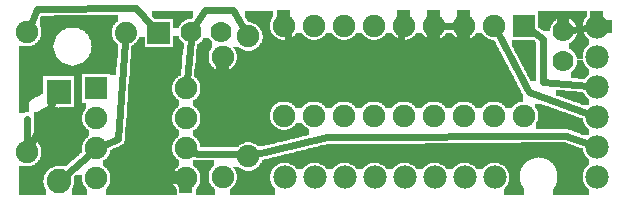
<source format=gtl>
G04 MADE WITH FRITZING*
G04 WWW.FRITZING.ORG*
G04 DOUBLE SIDED*
G04 HOLES PLATED*
G04 CONTOUR ON CENTER OF CONTOUR VECTOR*
%ASAXBY*%
%FSLAX23Y23*%
%MOIN*%
%OFA0B0*%
%SFA1.0B1.0*%
%ADD10C,0.075000*%
%ADD11C,0.078000*%
%ADD12C,0.074000*%
%ADD13C,0.070000*%
%ADD14C,0.082000*%
%ADD15R,0.075000X0.075000*%
%ADD16R,0.082000X0.082000*%
%ADD17C,0.024000*%
%ADD18R,0.001000X0.001000*%
%LNCOPPER1*%
G90*
G70*
G54D10*
X469Y454D03*
X146Y262D03*
G54D11*
X927Y98D03*
X1027Y98D03*
X1127Y98D03*
X1227Y98D03*
X1327Y98D03*
X1427Y98D03*
X1527Y98D03*
X1627Y98D03*
X1969Y100D03*
X1969Y200D03*
X1969Y300D03*
X1969Y400D03*
X1969Y500D03*
X1969Y600D03*
G54D10*
X299Y395D03*
X599Y395D03*
X299Y295D03*
X599Y295D03*
X299Y195D03*
X599Y195D03*
X299Y95D03*
X599Y95D03*
X1725Y604D03*
X1625Y604D03*
X1525Y604D03*
X1425Y604D03*
X1325Y604D03*
X1225Y604D03*
X1125Y604D03*
X1025Y604D03*
X925Y604D03*
X925Y304D03*
X1025Y304D03*
X1125Y304D03*
X1225Y304D03*
X1325Y304D03*
X1425Y304D03*
X1525Y304D03*
X1625Y304D03*
X1725Y304D03*
G54D12*
X507Y581D03*
X397Y581D03*
X507Y581D03*
X397Y581D03*
G54D13*
X1856Y487D03*
X1856Y587D03*
X716Y583D03*
X616Y583D03*
G54D10*
X806Y168D03*
X806Y568D03*
X721Y100D03*
X721Y500D03*
G54D14*
X173Y383D03*
X173Y85D03*
G54D10*
X69Y583D03*
X69Y183D03*
G54D15*
X299Y395D03*
X1725Y604D03*
G54D16*
X173Y384D03*
G54D17*
X806Y168D02*
X1069Y232D01*
D02*
X1069Y232D02*
X1866Y237D01*
D02*
X1866Y237D02*
X1940Y210D01*
D02*
X159Y355D02*
X69Y183D01*
D02*
X69Y183D02*
X68Y294D01*
D02*
X80Y609D02*
X100Y660D01*
D02*
X100Y660D02*
X430Y662D01*
D02*
X430Y662D02*
X486Y603D01*
D02*
X1939Y403D02*
X1788Y417D01*
X1788Y417D02*
X1788Y561D01*
X1788Y561D02*
X1748Y588D01*
D02*
X277Y177D02*
X198Y106D01*
D02*
X395Y550D02*
X372Y225D01*
X372Y225D02*
X325Y206D01*
D02*
X1940Y310D02*
X1742Y382D01*
D02*
X1742Y382D02*
X1638Y579D01*
D02*
X625Y183D02*
X636Y177D01*
X636Y177D02*
X780Y177D01*
X780Y177D02*
X779Y178D01*
D02*
X1318Y577D02*
X1308Y537D01*
X1308Y537D02*
X948Y537D01*
X948Y537D02*
X934Y577D01*
D02*
X1496Y604D02*
X1453Y604D01*
D02*
X1939Y597D02*
X1882Y590D01*
D02*
X602Y424D02*
X614Y557D01*
D02*
X792Y593D02*
X756Y657D01*
X756Y657D02*
X660Y657D01*
X660Y657D02*
X629Y605D01*
G36*
X486Y653D02*
X486Y633D01*
X488Y633D01*
X488Y631D01*
X490Y631D01*
X490Y629D01*
X492Y629D01*
X492Y627D01*
X554Y627D01*
X554Y595D01*
X574Y595D01*
X574Y601D01*
X576Y601D01*
X576Y603D01*
X578Y603D01*
X578Y607D01*
X580Y607D01*
X580Y609D01*
X582Y609D01*
X582Y613D01*
X584Y613D01*
X584Y615D01*
X586Y615D01*
X586Y617D01*
X590Y617D01*
X590Y619D01*
X592Y619D01*
X592Y621D01*
X596Y621D01*
X596Y623D01*
X600Y623D01*
X600Y625D01*
X606Y625D01*
X606Y627D01*
X618Y627D01*
X618Y631D01*
X620Y631D01*
X620Y653D01*
X486Y653D01*
G37*
D02*
G36*
X1772Y653D02*
X1772Y631D01*
X1868Y631D01*
X1868Y629D01*
X1874Y629D01*
X1874Y627D01*
X1878Y627D01*
X1878Y625D01*
X1882Y625D01*
X1882Y623D01*
X1884Y623D01*
X1884Y621D01*
X1886Y621D01*
X1886Y619D01*
X1888Y619D01*
X1888Y617D01*
X1890Y617D01*
X1890Y615D01*
X1892Y615D01*
X1892Y613D01*
X1894Y613D01*
X1894Y609D01*
X1896Y609D01*
X1896Y605D01*
X1898Y605D01*
X1898Y601D01*
X1900Y601D01*
X1900Y593D01*
X1920Y593D01*
X1920Y611D01*
X1922Y611D01*
X1922Y617D01*
X1924Y617D01*
X1924Y621D01*
X1926Y621D01*
X1926Y625D01*
X1928Y625D01*
X1928Y629D01*
X1930Y629D01*
X1930Y631D01*
X1932Y631D01*
X1932Y633D01*
X1934Y633D01*
X1934Y653D01*
X1772Y653D01*
G37*
D02*
G36*
X1772Y631D02*
X1772Y597D01*
X1776Y597D01*
X1776Y595D01*
X1778Y595D01*
X1778Y593D01*
X1782Y593D01*
X1782Y591D01*
X1784Y591D01*
X1784Y589D01*
X1788Y589D01*
X1788Y587D01*
X1790Y587D01*
X1790Y585D01*
X1812Y585D01*
X1812Y597D01*
X1814Y597D01*
X1814Y603D01*
X1816Y603D01*
X1816Y607D01*
X1818Y607D01*
X1818Y611D01*
X1820Y611D01*
X1820Y613D01*
X1822Y613D01*
X1822Y617D01*
X1824Y617D01*
X1824Y619D01*
X1826Y619D01*
X1826Y621D01*
X1830Y621D01*
X1830Y623D01*
X1832Y623D01*
X1832Y625D01*
X1836Y625D01*
X1836Y627D01*
X1840Y627D01*
X1840Y629D01*
X1846Y629D01*
X1846Y631D01*
X1772Y631D01*
G37*
D02*
G36*
X1902Y589D02*
X1902Y581D01*
X1900Y581D01*
X1900Y573D01*
X1898Y573D01*
X1898Y567D01*
X1896Y567D01*
X1896Y563D01*
X1894Y563D01*
X1894Y561D01*
X1892Y561D01*
X1892Y557D01*
X1890Y557D01*
X1890Y555D01*
X1888Y555D01*
X1888Y553D01*
X1886Y553D01*
X1886Y551D01*
X1882Y551D01*
X1882Y549D01*
X1880Y549D01*
X1880Y547D01*
X1876Y547D01*
X1876Y527D01*
X1878Y527D01*
X1878Y525D01*
X1880Y525D01*
X1880Y523D01*
X1884Y523D01*
X1884Y521D01*
X1886Y521D01*
X1886Y519D01*
X1888Y519D01*
X1888Y517D01*
X1890Y517D01*
X1890Y515D01*
X1892Y515D01*
X1892Y513D01*
X1894Y513D01*
X1894Y509D01*
X1896Y509D01*
X1896Y505D01*
X1898Y505D01*
X1898Y501D01*
X1900Y501D01*
X1900Y493D01*
X1920Y493D01*
X1920Y511D01*
X1922Y511D01*
X1922Y517D01*
X1924Y517D01*
X1924Y521D01*
X1926Y521D01*
X1926Y525D01*
X1928Y525D01*
X1928Y529D01*
X1930Y529D01*
X1930Y531D01*
X1932Y531D01*
X1932Y533D01*
X1934Y533D01*
X1934Y535D01*
X1936Y535D01*
X1936Y537D01*
X1938Y537D01*
X1938Y539D01*
X1942Y539D01*
X1942Y559D01*
X1940Y559D01*
X1940Y561D01*
X1938Y561D01*
X1938Y563D01*
X1936Y563D01*
X1936Y565D01*
X1934Y565D01*
X1934Y567D01*
X1932Y567D01*
X1932Y569D01*
X1930Y569D01*
X1930Y571D01*
X1928Y571D01*
X1928Y575D01*
X1926Y575D01*
X1926Y577D01*
X1924Y577D01*
X1924Y583D01*
X1922Y583D01*
X1922Y589D01*
X1902Y589D01*
G37*
D02*
G36*
X554Y571D02*
X554Y533D01*
X590Y533D01*
X590Y547D01*
X588Y547D01*
X588Y549D01*
X586Y549D01*
X586Y551D01*
X584Y551D01*
X584Y553D01*
X582Y553D01*
X582Y555D01*
X580Y555D01*
X580Y557D01*
X578Y557D01*
X578Y561D01*
X576Y561D01*
X576Y565D01*
X574Y565D01*
X574Y571D01*
X554Y571D01*
G37*
D02*
G36*
X440Y565D02*
X440Y559D01*
X438Y559D01*
X438Y555D01*
X436Y555D01*
X436Y553D01*
X434Y553D01*
X434Y551D01*
X432Y551D01*
X432Y547D01*
X428Y547D01*
X428Y545D01*
X426Y545D01*
X426Y543D01*
X424Y543D01*
X424Y541D01*
X420Y541D01*
X420Y539D01*
X418Y539D01*
X418Y537D01*
X416Y537D01*
X416Y533D01*
X460Y533D01*
X460Y565D01*
X440Y565D01*
G37*
D02*
G36*
X416Y533D02*
X416Y531D01*
X590Y531D01*
X590Y533D01*
X416Y533D01*
G37*
D02*
G36*
X416Y533D02*
X416Y531D01*
X590Y531D01*
X590Y533D01*
X416Y533D01*
G37*
D02*
G36*
X416Y531D02*
X416Y523D01*
X414Y523D01*
X414Y493D01*
X412Y493D01*
X412Y465D01*
X410Y465D01*
X410Y437D01*
X408Y437D01*
X408Y409D01*
X406Y409D01*
X406Y381D01*
X404Y381D01*
X404Y351D01*
X402Y351D01*
X402Y323D01*
X400Y323D01*
X400Y295D01*
X398Y295D01*
X398Y267D01*
X396Y267D01*
X396Y239D01*
X394Y239D01*
X394Y219D01*
X392Y219D01*
X392Y215D01*
X390Y215D01*
X390Y211D01*
X388Y211D01*
X388Y209D01*
X386Y209D01*
X386Y207D01*
X384Y207D01*
X384Y205D01*
X378Y205D01*
X378Y203D01*
X374Y203D01*
X374Y201D01*
X370Y201D01*
X370Y199D01*
X364Y199D01*
X364Y197D01*
X360Y197D01*
X360Y195D01*
X354Y195D01*
X354Y193D01*
X350Y193D01*
X350Y191D01*
X346Y191D01*
X346Y185D01*
X344Y185D01*
X344Y177D01*
X342Y177D01*
X342Y173D01*
X340Y173D01*
X340Y169D01*
X338Y169D01*
X338Y167D01*
X336Y167D01*
X336Y165D01*
X334Y165D01*
X334Y161D01*
X330Y161D01*
X330Y159D01*
X328Y159D01*
X328Y157D01*
X326Y157D01*
X326Y155D01*
X322Y155D01*
X322Y135D01*
X326Y135D01*
X326Y133D01*
X328Y133D01*
X328Y131D01*
X330Y131D01*
X330Y129D01*
X334Y129D01*
X334Y125D01*
X336Y125D01*
X336Y123D01*
X338Y123D01*
X338Y121D01*
X340Y121D01*
X340Y117D01*
X342Y117D01*
X342Y113D01*
X344Y113D01*
X344Y105D01*
X346Y105D01*
X346Y85D01*
X344Y85D01*
X344Y77D01*
X342Y77D01*
X342Y73D01*
X340Y73D01*
X340Y69D01*
X338Y69D01*
X338Y67D01*
X336Y67D01*
X336Y65D01*
X334Y65D01*
X334Y61D01*
X330Y61D01*
X330Y41D01*
X568Y41D01*
X568Y61D01*
X564Y61D01*
X564Y65D01*
X562Y65D01*
X562Y67D01*
X560Y67D01*
X560Y69D01*
X558Y69D01*
X558Y73D01*
X556Y73D01*
X556Y77D01*
X554Y77D01*
X554Y83D01*
X552Y83D01*
X552Y107D01*
X554Y107D01*
X554Y113D01*
X556Y113D01*
X556Y117D01*
X558Y117D01*
X558Y121D01*
X560Y121D01*
X560Y123D01*
X562Y123D01*
X562Y125D01*
X564Y125D01*
X564Y129D01*
X568Y129D01*
X568Y131D01*
X570Y131D01*
X570Y133D01*
X572Y133D01*
X572Y135D01*
X576Y135D01*
X576Y155D01*
X572Y155D01*
X572Y157D01*
X570Y157D01*
X570Y159D01*
X568Y159D01*
X568Y161D01*
X564Y161D01*
X564Y165D01*
X562Y165D01*
X562Y167D01*
X560Y167D01*
X560Y169D01*
X558Y169D01*
X558Y173D01*
X556Y173D01*
X556Y177D01*
X554Y177D01*
X554Y183D01*
X552Y183D01*
X552Y207D01*
X554Y207D01*
X554Y213D01*
X556Y213D01*
X556Y217D01*
X558Y217D01*
X558Y221D01*
X560Y221D01*
X560Y223D01*
X562Y223D01*
X562Y225D01*
X564Y225D01*
X564Y229D01*
X568Y229D01*
X568Y231D01*
X570Y231D01*
X570Y233D01*
X572Y233D01*
X572Y235D01*
X576Y235D01*
X576Y255D01*
X572Y255D01*
X572Y257D01*
X570Y257D01*
X570Y259D01*
X568Y259D01*
X568Y261D01*
X564Y261D01*
X564Y265D01*
X562Y265D01*
X562Y267D01*
X560Y267D01*
X560Y269D01*
X558Y269D01*
X558Y273D01*
X556Y273D01*
X556Y277D01*
X554Y277D01*
X554Y283D01*
X552Y283D01*
X552Y307D01*
X554Y307D01*
X554Y313D01*
X556Y313D01*
X556Y317D01*
X558Y317D01*
X558Y321D01*
X560Y321D01*
X560Y323D01*
X562Y323D01*
X562Y325D01*
X564Y325D01*
X564Y329D01*
X568Y329D01*
X568Y331D01*
X570Y331D01*
X570Y333D01*
X572Y333D01*
X572Y335D01*
X576Y335D01*
X576Y355D01*
X572Y355D01*
X572Y357D01*
X570Y357D01*
X570Y359D01*
X568Y359D01*
X568Y361D01*
X564Y361D01*
X564Y365D01*
X562Y365D01*
X562Y367D01*
X560Y367D01*
X560Y369D01*
X558Y369D01*
X558Y373D01*
X556Y373D01*
X556Y377D01*
X554Y377D01*
X554Y383D01*
X552Y383D01*
X552Y407D01*
X554Y407D01*
X554Y413D01*
X556Y413D01*
X556Y417D01*
X558Y417D01*
X558Y421D01*
X560Y421D01*
X560Y423D01*
X562Y423D01*
X562Y425D01*
X564Y425D01*
X564Y429D01*
X568Y429D01*
X568Y431D01*
X570Y431D01*
X570Y433D01*
X572Y433D01*
X572Y435D01*
X576Y435D01*
X576Y437D01*
X580Y437D01*
X580Y439D01*
X582Y439D01*
X582Y461D01*
X584Y461D01*
X584Y483D01*
X586Y483D01*
X586Y505D01*
X588Y505D01*
X588Y527D01*
X590Y527D01*
X590Y531D01*
X416Y531D01*
G37*
D02*
G36*
X794Y653D02*
X794Y633D01*
X796Y633D01*
X796Y629D01*
X798Y629D01*
X798Y625D01*
X800Y625D01*
X800Y621D01*
X802Y621D01*
X802Y619D01*
X804Y619D01*
X804Y615D01*
X816Y615D01*
X816Y613D01*
X822Y613D01*
X822Y611D01*
X828Y611D01*
X828Y609D01*
X830Y609D01*
X830Y607D01*
X834Y607D01*
X834Y605D01*
X836Y605D01*
X836Y603D01*
X838Y603D01*
X838Y601D01*
X840Y601D01*
X840Y599D01*
X842Y599D01*
X842Y597D01*
X844Y597D01*
X844Y595D01*
X846Y595D01*
X846Y591D01*
X848Y591D01*
X848Y587D01*
X850Y587D01*
X850Y583D01*
X852Y583D01*
X852Y573D01*
X854Y573D01*
X854Y561D01*
X852Y561D01*
X852Y557D01*
X914Y557D01*
X914Y559D01*
X908Y559D01*
X908Y561D01*
X904Y561D01*
X904Y563D01*
X900Y563D01*
X900Y565D01*
X896Y565D01*
X896Y567D01*
X894Y567D01*
X894Y569D01*
X892Y569D01*
X892Y571D01*
X890Y571D01*
X890Y573D01*
X888Y573D01*
X888Y575D01*
X886Y575D01*
X886Y579D01*
X884Y579D01*
X884Y581D01*
X882Y581D01*
X882Y585D01*
X880Y585D01*
X880Y591D01*
X878Y591D01*
X878Y617D01*
X880Y617D01*
X880Y623D01*
X882Y623D01*
X882Y627D01*
X884Y627D01*
X884Y631D01*
X886Y631D01*
X886Y633D01*
X888Y633D01*
X888Y653D01*
X794Y653D01*
G37*
D02*
G36*
X964Y579D02*
X964Y577D01*
X962Y577D01*
X962Y575D01*
X960Y575D01*
X960Y571D01*
X958Y571D01*
X958Y569D01*
X956Y569D01*
X956Y567D01*
X952Y567D01*
X952Y565D01*
X950Y565D01*
X950Y563D01*
X946Y563D01*
X946Y561D01*
X942Y561D01*
X942Y559D01*
X936Y559D01*
X936Y557D01*
X1014Y557D01*
X1014Y559D01*
X1008Y559D01*
X1008Y561D01*
X1004Y561D01*
X1004Y563D01*
X1000Y563D01*
X1000Y565D01*
X996Y565D01*
X996Y567D01*
X994Y567D01*
X994Y569D01*
X992Y569D01*
X992Y571D01*
X990Y571D01*
X990Y573D01*
X988Y573D01*
X988Y575D01*
X986Y575D01*
X986Y579D01*
X964Y579D01*
G37*
D02*
G36*
X1064Y579D02*
X1064Y577D01*
X1062Y577D01*
X1062Y575D01*
X1060Y575D01*
X1060Y571D01*
X1058Y571D01*
X1058Y569D01*
X1056Y569D01*
X1056Y567D01*
X1052Y567D01*
X1052Y565D01*
X1050Y565D01*
X1050Y563D01*
X1046Y563D01*
X1046Y561D01*
X1042Y561D01*
X1042Y559D01*
X1036Y559D01*
X1036Y557D01*
X1114Y557D01*
X1114Y559D01*
X1108Y559D01*
X1108Y561D01*
X1104Y561D01*
X1104Y563D01*
X1100Y563D01*
X1100Y565D01*
X1096Y565D01*
X1096Y567D01*
X1094Y567D01*
X1094Y569D01*
X1092Y569D01*
X1092Y571D01*
X1090Y571D01*
X1090Y573D01*
X1088Y573D01*
X1088Y575D01*
X1086Y575D01*
X1086Y579D01*
X1064Y579D01*
G37*
D02*
G36*
X1164Y579D02*
X1164Y577D01*
X1162Y577D01*
X1162Y575D01*
X1160Y575D01*
X1160Y571D01*
X1158Y571D01*
X1158Y569D01*
X1156Y569D01*
X1156Y567D01*
X1152Y567D01*
X1152Y565D01*
X1150Y565D01*
X1150Y563D01*
X1146Y563D01*
X1146Y561D01*
X1142Y561D01*
X1142Y559D01*
X1136Y559D01*
X1136Y557D01*
X1214Y557D01*
X1214Y559D01*
X1208Y559D01*
X1208Y561D01*
X1204Y561D01*
X1204Y563D01*
X1200Y563D01*
X1200Y565D01*
X1196Y565D01*
X1196Y567D01*
X1194Y567D01*
X1194Y569D01*
X1192Y569D01*
X1192Y571D01*
X1190Y571D01*
X1190Y573D01*
X1188Y573D01*
X1188Y575D01*
X1186Y575D01*
X1186Y579D01*
X1164Y579D01*
G37*
D02*
G36*
X1264Y579D02*
X1264Y577D01*
X1262Y577D01*
X1262Y575D01*
X1260Y575D01*
X1260Y571D01*
X1258Y571D01*
X1258Y569D01*
X1256Y569D01*
X1256Y567D01*
X1252Y567D01*
X1252Y565D01*
X1250Y565D01*
X1250Y563D01*
X1246Y563D01*
X1246Y561D01*
X1242Y561D01*
X1242Y559D01*
X1236Y559D01*
X1236Y557D01*
X1314Y557D01*
X1314Y559D01*
X1308Y559D01*
X1308Y561D01*
X1304Y561D01*
X1304Y563D01*
X1300Y563D01*
X1300Y565D01*
X1296Y565D01*
X1296Y567D01*
X1294Y567D01*
X1294Y569D01*
X1292Y569D01*
X1292Y571D01*
X1290Y571D01*
X1290Y573D01*
X1288Y573D01*
X1288Y575D01*
X1286Y575D01*
X1286Y579D01*
X1264Y579D01*
G37*
D02*
G36*
X1364Y579D02*
X1364Y577D01*
X1362Y577D01*
X1362Y575D01*
X1360Y575D01*
X1360Y571D01*
X1358Y571D01*
X1358Y569D01*
X1356Y569D01*
X1356Y567D01*
X1352Y567D01*
X1352Y565D01*
X1350Y565D01*
X1350Y563D01*
X1346Y563D01*
X1346Y561D01*
X1342Y561D01*
X1342Y559D01*
X1336Y559D01*
X1336Y557D01*
X1414Y557D01*
X1414Y559D01*
X1408Y559D01*
X1408Y561D01*
X1404Y561D01*
X1404Y563D01*
X1400Y563D01*
X1400Y565D01*
X1396Y565D01*
X1396Y567D01*
X1394Y567D01*
X1394Y569D01*
X1392Y569D01*
X1392Y571D01*
X1390Y571D01*
X1390Y573D01*
X1388Y573D01*
X1388Y575D01*
X1386Y575D01*
X1386Y579D01*
X1364Y579D01*
G37*
D02*
G36*
X1464Y579D02*
X1464Y577D01*
X1462Y577D01*
X1462Y575D01*
X1460Y575D01*
X1460Y571D01*
X1458Y571D01*
X1458Y569D01*
X1456Y569D01*
X1456Y567D01*
X1452Y567D01*
X1452Y565D01*
X1450Y565D01*
X1450Y563D01*
X1446Y563D01*
X1446Y561D01*
X1442Y561D01*
X1442Y559D01*
X1436Y559D01*
X1436Y557D01*
X1514Y557D01*
X1514Y559D01*
X1508Y559D01*
X1508Y561D01*
X1504Y561D01*
X1504Y563D01*
X1500Y563D01*
X1500Y565D01*
X1496Y565D01*
X1496Y567D01*
X1494Y567D01*
X1494Y569D01*
X1492Y569D01*
X1492Y571D01*
X1490Y571D01*
X1490Y573D01*
X1488Y573D01*
X1488Y575D01*
X1486Y575D01*
X1486Y579D01*
X1464Y579D01*
G37*
D02*
G36*
X1564Y579D02*
X1564Y577D01*
X1562Y577D01*
X1562Y575D01*
X1560Y575D01*
X1560Y571D01*
X1558Y571D01*
X1558Y569D01*
X1556Y569D01*
X1556Y567D01*
X1552Y567D01*
X1552Y565D01*
X1550Y565D01*
X1550Y563D01*
X1546Y563D01*
X1546Y561D01*
X1542Y561D01*
X1542Y559D01*
X1536Y559D01*
X1536Y557D01*
X1614Y557D01*
X1614Y559D01*
X1608Y559D01*
X1608Y561D01*
X1604Y561D01*
X1604Y563D01*
X1600Y563D01*
X1600Y565D01*
X1596Y565D01*
X1596Y567D01*
X1594Y567D01*
X1594Y569D01*
X1592Y569D01*
X1592Y571D01*
X1590Y571D01*
X1590Y573D01*
X1588Y573D01*
X1588Y575D01*
X1586Y575D01*
X1586Y579D01*
X1564Y579D01*
G37*
D02*
G36*
X656Y563D02*
X656Y561D01*
X654Y561D01*
X654Y557D01*
X652Y557D01*
X652Y555D01*
X650Y555D01*
X650Y551D01*
X648Y551D01*
X648Y549D01*
X644Y549D01*
X644Y547D01*
X642Y547D01*
X642Y545D01*
X640Y545D01*
X640Y543D01*
X636Y543D01*
X636Y541D01*
X634Y541D01*
X634Y525D01*
X632Y525D01*
X632Y503D01*
X630Y503D01*
X630Y481D01*
X628Y481D01*
X628Y459D01*
X626Y459D01*
X626Y453D01*
X710Y453D01*
X710Y455D01*
X702Y455D01*
X702Y457D01*
X700Y457D01*
X700Y459D01*
X696Y459D01*
X696Y461D01*
X692Y461D01*
X692Y463D01*
X690Y463D01*
X690Y465D01*
X688Y465D01*
X688Y467D01*
X686Y467D01*
X686Y469D01*
X684Y469D01*
X684Y471D01*
X682Y471D01*
X682Y475D01*
X680Y475D01*
X680Y477D01*
X678Y477D01*
X678Y481D01*
X676Y481D01*
X676Y487D01*
X674Y487D01*
X674Y513D01*
X676Y513D01*
X676Y519D01*
X678Y519D01*
X678Y523D01*
X680Y523D01*
X680Y525D01*
X682Y525D01*
X682Y529D01*
X684Y529D01*
X684Y531D01*
X686Y531D01*
X686Y551D01*
X684Y551D01*
X684Y553D01*
X682Y553D01*
X682Y555D01*
X680Y555D01*
X680Y557D01*
X678Y557D01*
X678Y561D01*
X676Y561D01*
X676Y563D01*
X656Y563D01*
G37*
D02*
G36*
X852Y557D02*
X852Y555D01*
X1626Y555D01*
X1626Y557D01*
X852Y557D01*
G37*
D02*
G36*
X852Y557D02*
X852Y555D01*
X1626Y555D01*
X1626Y557D01*
X852Y557D01*
G37*
D02*
G36*
X852Y557D02*
X852Y555D01*
X1626Y555D01*
X1626Y557D01*
X852Y557D01*
G37*
D02*
G36*
X852Y557D02*
X852Y555D01*
X1626Y555D01*
X1626Y557D01*
X852Y557D01*
G37*
D02*
G36*
X852Y557D02*
X852Y555D01*
X1626Y555D01*
X1626Y557D01*
X852Y557D01*
G37*
D02*
G36*
X852Y557D02*
X852Y555D01*
X1626Y555D01*
X1626Y557D01*
X852Y557D01*
G37*
D02*
G36*
X852Y557D02*
X852Y555D01*
X1626Y555D01*
X1626Y557D01*
X852Y557D01*
G37*
D02*
G36*
X852Y557D02*
X852Y555D01*
X1626Y555D01*
X1626Y557D01*
X852Y557D01*
G37*
D02*
G36*
X852Y555D02*
X852Y553D01*
X850Y553D01*
X850Y547D01*
X848Y547D01*
X848Y545D01*
X846Y545D01*
X846Y541D01*
X844Y541D01*
X844Y539D01*
X842Y539D01*
X842Y535D01*
X840Y535D01*
X840Y533D01*
X836Y533D01*
X836Y531D01*
X834Y531D01*
X834Y529D01*
X832Y529D01*
X832Y527D01*
X828Y527D01*
X828Y525D01*
X824Y525D01*
X824Y523D01*
X818Y523D01*
X818Y521D01*
X1642Y521D01*
X1642Y525D01*
X1640Y525D01*
X1640Y529D01*
X1638Y529D01*
X1638Y533D01*
X1636Y533D01*
X1636Y537D01*
X1634Y537D01*
X1634Y541D01*
X1632Y541D01*
X1632Y545D01*
X1630Y545D01*
X1630Y549D01*
X1628Y549D01*
X1628Y553D01*
X1626Y553D01*
X1626Y555D01*
X852Y555D01*
G37*
D02*
G36*
X756Y533D02*
X756Y531D01*
X758Y531D01*
X758Y527D01*
X760Y527D01*
X760Y525D01*
X762Y525D01*
X762Y521D01*
X794Y521D01*
X794Y523D01*
X788Y523D01*
X788Y525D01*
X784Y525D01*
X784Y527D01*
X780Y527D01*
X780Y529D01*
X778Y529D01*
X778Y531D01*
X776Y531D01*
X776Y533D01*
X756Y533D01*
G37*
D02*
G36*
X764Y521D02*
X764Y519D01*
X1644Y519D01*
X1644Y521D01*
X764Y521D01*
G37*
D02*
G36*
X764Y521D02*
X764Y519D01*
X1644Y519D01*
X1644Y521D01*
X764Y521D01*
G37*
D02*
G36*
X764Y519D02*
X764Y517D01*
X766Y517D01*
X766Y509D01*
X768Y509D01*
X768Y491D01*
X766Y491D01*
X766Y483D01*
X764Y483D01*
X764Y479D01*
X762Y479D01*
X762Y475D01*
X760Y475D01*
X760Y473D01*
X758Y473D01*
X758Y469D01*
X756Y469D01*
X756Y467D01*
X754Y467D01*
X754Y465D01*
X752Y465D01*
X752Y463D01*
X748Y463D01*
X748Y461D01*
X746Y461D01*
X746Y459D01*
X742Y459D01*
X742Y457D01*
X738Y457D01*
X738Y455D01*
X732Y455D01*
X732Y453D01*
X1678Y453D01*
X1678Y457D01*
X1676Y457D01*
X1676Y461D01*
X1674Y461D01*
X1674Y465D01*
X1672Y465D01*
X1672Y469D01*
X1670Y469D01*
X1670Y473D01*
X1668Y473D01*
X1668Y477D01*
X1666Y477D01*
X1666Y479D01*
X1664Y479D01*
X1664Y483D01*
X1662Y483D01*
X1662Y487D01*
X1660Y487D01*
X1660Y491D01*
X1658Y491D01*
X1658Y495D01*
X1656Y495D01*
X1656Y499D01*
X1654Y499D01*
X1654Y503D01*
X1652Y503D01*
X1652Y507D01*
X1650Y507D01*
X1650Y511D01*
X1648Y511D01*
X1648Y515D01*
X1646Y515D01*
X1646Y519D01*
X764Y519D01*
G37*
D02*
G36*
X626Y453D02*
X626Y451D01*
X1680Y451D01*
X1680Y453D01*
X626Y453D01*
G37*
D02*
G36*
X626Y453D02*
X626Y451D01*
X1680Y451D01*
X1680Y453D01*
X626Y453D01*
G37*
D02*
G36*
X626Y451D02*
X626Y433D01*
X628Y433D01*
X628Y431D01*
X630Y431D01*
X630Y429D01*
X634Y429D01*
X634Y425D01*
X636Y425D01*
X636Y423D01*
X638Y423D01*
X638Y421D01*
X640Y421D01*
X640Y417D01*
X642Y417D01*
X642Y413D01*
X644Y413D01*
X644Y405D01*
X646Y405D01*
X646Y385D01*
X644Y385D01*
X644Y377D01*
X642Y377D01*
X642Y373D01*
X640Y373D01*
X640Y369D01*
X638Y369D01*
X638Y367D01*
X636Y367D01*
X636Y365D01*
X634Y365D01*
X634Y361D01*
X630Y361D01*
X630Y359D01*
X628Y359D01*
X628Y357D01*
X626Y357D01*
X626Y355D01*
X622Y355D01*
X622Y351D01*
X1636Y351D01*
X1636Y349D01*
X1642Y349D01*
X1642Y347D01*
X1646Y347D01*
X1646Y345D01*
X1650Y345D01*
X1650Y343D01*
X1652Y343D01*
X1652Y341D01*
X1656Y341D01*
X1656Y339D01*
X1658Y339D01*
X1658Y337D01*
X1660Y337D01*
X1660Y335D01*
X1662Y335D01*
X1662Y331D01*
X1664Y331D01*
X1664Y329D01*
X1684Y329D01*
X1684Y331D01*
X1686Y331D01*
X1686Y333D01*
X1688Y333D01*
X1688Y335D01*
X1690Y335D01*
X1690Y337D01*
X1692Y337D01*
X1692Y339D01*
X1694Y339D01*
X1694Y341D01*
X1696Y341D01*
X1696Y343D01*
X1700Y343D01*
X1700Y345D01*
X1702Y345D01*
X1702Y347D01*
X1706Y347D01*
X1706Y349D01*
X1714Y349D01*
X1714Y351D01*
X1722Y351D01*
X1722Y373D01*
X1720Y373D01*
X1720Y377D01*
X1718Y377D01*
X1718Y381D01*
X1716Y381D01*
X1716Y385D01*
X1714Y385D01*
X1714Y389D01*
X1712Y389D01*
X1712Y393D01*
X1710Y393D01*
X1710Y397D01*
X1708Y397D01*
X1708Y401D01*
X1706Y401D01*
X1706Y403D01*
X1704Y403D01*
X1704Y407D01*
X1702Y407D01*
X1702Y411D01*
X1700Y411D01*
X1700Y415D01*
X1698Y415D01*
X1698Y419D01*
X1696Y419D01*
X1696Y423D01*
X1694Y423D01*
X1694Y427D01*
X1692Y427D01*
X1692Y431D01*
X1690Y431D01*
X1690Y435D01*
X1688Y435D01*
X1688Y439D01*
X1686Y439D01*
X1686Y441D01*
X1684Y441D01*
X1684Y445D01*
X1682Y445D01*
X1682Y449D01*
X1680Y449D01*
X1680Y451D01*
X626Y451D01*
G37*
D02*
G36*
X622Y351D02*
X622Y335D01*
X626Y335D01*
X626Y333D01*
X628Y333D01*
X628Y331D01*
X630Y331D01*
X630Y329D01*
X634Y329D01*
X634Y325D01*
X636Y325D01*
X636Y323D01*
X638Y323D01*
X638Y321D01*
X640Y321D01*
X640Y317D01*
X642Y317D01*
X642Y313D01*
X644Y313D01*
X644Y305D01*
X646Y305D01*
X646Y285D01*
X644Y285D01*
X644Y277D01*
X642Y277D01*
X642Y273D01*
X640Y273D01*
X640Y269D01*
X638Y269D01*
X638Y267D01*
X636Y267D01*
X636Y265D01*
X634Y265D01*
X634Y261D01*
X630Y261D01*
X630Y259D01*
X628Y259D01*
X628Y257D01*
X914Y257D01*
X914Y259D01*
X908Y259D01*
X908Y261D01*
X904Y261D01*
X904Y263D01*
X900Y263D01*
X900Y265D01*
X896Y265D01*
X896Y267D01*
X894Y267D01*
X894Y269D01*
X892Y269D01*
X892Y271D01*
X890Y271D01*
X890Y273D01*
X888Y273D01*
X888Y275D01*
X886Y275D01*
X886Y279D01*
X884Y279D01*
X884Y281D01*
X882Y281D01*
X882Y285D01*
X880Y285D01*
X880Y291D01*
X878Y291D01*
X878Y317D01*
X880Y317D01*
X880Y323D01*
X882Y323D01*
X882Y327D01*
X884Y327D01*
X884Y331D01*
X886Y331D01*
X886Y333D01*
X888Y333D01*
X888Y335D01*
X890Y335D01*
X890Y337D01*
X892Y337D01*
X892Y339D01*
X894Y339D01*
X894Y341D01*
X896Y341D01*
X896Y343D01*
X900Y343D01*
X900Y345D01*
X902Y345D01*
X902Y347D01*
X906Y347D01*
X906Y349D01*
X914Y349D01*
X914Y351D01*
X622Y351D01*
G37*
D02*
G36*
X936Y351D02*
X936Y349D01*
X942Y349D01*
X942Y347D01*
X946Y347D01*
X946Y345D01*
X950Y345D01*
X950Y343D01*
X952Y343D01*
X952Y341D01*
X956Y341D01*
X956Y339D01*
X958Y339D01*
X958Y337D01*
X960Y337D01*
X960Y335D01*
X962Y335D01*
X962Y331D01*
X964Y331D01*
X964Y329D01*
X984Y329D01*
X984Y331D01*
X986Y331D01*
X986Y333D01*
X988Y333D01*
X988Y335D01*
X990Y335D01*
X990Y337D01*
X992Y337D01*
X992Y339D01*
X994Y339D01*
X994Y341D01*
X996Y341D01*
X996Y343D01*
X1000Y343D01*
X1000Y345D01*
X1002Y345D01*
X1002Y347D01*
X1006Y347D01*
X1006Y349D01*
X1014Y349D01*
X1014Y351D01*
X936Y351D01*
G37*
D02*
G36*
X1036Y351D02*
X1036Y349D01*
X1042Y349D01*
X1042Y347D01*
X1046Y347D01*
X1046Y345D01*
X1050Y345D01*
X1050Y343D01*
X1052Y343D01*
X1052Y341D01*
X1056Y341D01*
X1056Y339D01*
X1058Y339D01*
X1058Y337D01*
X1060Y337D01*
X1060Y335D01*
X1062Y335D01*
X1062Y331D01*
X1064Y331D01*
X1064Y329D01*
X1084Y329D01*
X1084Y331D01*
X1086Y331D01*
X1086Y333D01*
X1088Y333D01*
X1088Y335D01*
X1090Y335D01*
X1090Y337D01*
X1092Y337D01*
X1092Y339D01*
X1094Y339D01*
X1094Y341D01*
X1096Y341D01*
X1096Y343D01*
X1100Y343D01*
X1100Y345D01*
X1102Y345D01*
X1102Y347D01*
X1106Y347D01*
X1106Y349D01*
X1114Y349D01*
X1114Y351D01*
X1036Y351D01*
G37*
D02*
G36*
X1136Y351D02*
X1136Y349D01*
X1142Y349D01*
X1142Y347D01*
X1146Y347D01*
X1146Y345D01*
X1150Y345D01*
X1150Y343D01*
X1152Y343D01*
X1152Y341D01*
X1156Y341D01*
X1156Y339D01*
X1158Y339D01*
X1158Y337D01*
X1160Y337D01*
X1160Y335D01*
X1162Y335D01*
X1162Y331D01*
X1164Y331D01*
X1164Y329D01*
X1184Y329D01*
X1184Y331D01*
X1186Y331D01*
X1186Y333D01*
X1188Y333D01*
X1188Y335D01*
X1190Y335D01*
X1190Y337D01*
X1192Y337D01*
X1192Y339D01*
X1194Y339D01*
X1194Y341D01*
X1196Y341D01*
X1196Y343D01*
X1200Y343D01*
X1200Y345D01*
X1202Y345D01*
X1202Y347D01*
X1206Y347D01*
X1206Y349D01*
X1214Y349D01*
X1214Y351D01*
X1136Y351D01*
G37*
D02*
G36*
X1236Y351D02*
X1236Y349D01*
X1242Y349D01*
X1242Y347D01*
X1246Y347D01*
X1246Y345D01*
X1250Y345D01*
X1250Y343D01*
X1252Y343D01*
X1252Y341D01*
X1256Y341D01*
X1256Y339D01*
X1258Y339D01*
X1258Y337D01*
X1260Y337D01*
X1260Y335D01*
X1262Y335D01*
X1262Y331D01*
X1264Y331D01*
X1264Y329D01*
X1284Y329D01*
X1284Y331D01*
X1286Y331D01*
X1286Y333D01*
X1288Y333D01*
X1288Y335D01*
X1290Y335D01*
X1290Y337D01*
X1292Y337D01*
X1292Y339D01*
X1294Y339D01*
X1294Y341D01*
X1296Y341D01*
X1296Y343D01*
X1300Y343D01*
X1300Y345D01*
X1302Y345D01*
X1302Y347D01*
X1306Y347D01*
X1306Y349D01*
X1314Y349D01*
X1314Y351D01*
X1236Y351D01*
G37*
D02*
G36*
X1336Y351D02*
X1336Y349D01*
X1342Y349D01*
X1342Y347D01*
X1346Y347D01*
X1346Y345D01*
X1350Y345D01*
X1350Y343D01*
X1352Y343D01*
X1352Y341D01*
X1356Y341D01*
X1356Y339D01*
X1358Y339D01*
X1358Y337D01*
X1360Y337D01*
X1360Y335D01*
X1362Y335D01*
X1362Y331D01*
X1364Y331D01*
X1364Y329D01*
X1384Y329D01*
X1384Y331D01*
X1386Y331D01*
X1386Y333D01*
X1388Y333D01*
X1388Y335D01*
X1390Y335D01*
X1390Y337D01*
X1392Y337D01*
X1392Y339D01*
X1394Y339D01*
X1394Y341D01*
X1396Y341D01*
X1396Y343D01*
X1400Y343D01*
X1400Y345D01*
X1402Y345D01*
X1402Y347D01*
X1406Y347D01*
X1406Y349D01*
X1414Y349D01*
X1414Y351D01*
X1336Y351D01*
G37*
D02*
G36*
X1436Y351D02*
X1436Y349D01*
X1442Y349D01*
X1442Y347D01*
X1446Y347D01*
X1446Y345D01*
X1450Y345D01*
X1450Y343D01*
X1452Y343D01*
X1452Y341D01*
X1456Y341D01*
X1456Y339D01*
X1458Y339D01*
X1458Y337D01*
X1460Y337D01*
X1460Y335D01*
X1462Y335D01*
X1462Y331D01*
X1464Y331D01*
X1464Y329D01*
X1484Y329D01*
X1484Y331D01*
X1486Y331D01*
X1486Y333D01*
X1488Y333D01*
X1488Y335D01*
X1490Y335D01*
X1490Y337D01*
X1492Y337D01*
X1492Y339D01*
X1494Y339D01*
X1494Y341D01*
X1496Y341D01*
X1496Y343D01*
X1500Y343D01*
X1500Y345D01*
X1502Y345D01*
X1502Y347D01*
X1506Y347D01*
X1506Y349D01*
X1514Y349D01*
X1514Y351D01*
X1436Y351D01*
G37*
D02*
G36*
X1536Y351D02*
X1536Y349D01*
X1542Y349D01*
X1542Y347D01*
X1546Y347D01*
X1546Y345D01*
X1550Y345D01*
X1550Y343D01*
X1552Y343D01*
X1552Y341D01*
X1556Y341D01*
X1556Y339D01*
X1558Y339D01*
X1558Y337D01*
X1560Y337D01*
X1560Y335D01*
X1562Y335D01*
X1562Y331D01*
X1564Y331D01*
X1564Y329D01*
X1584Y329D01*
X1584Y331D01*
X1586Y331D01*
X1586Y333D01*
X1588Y333D01*
X1588Y335D01*
X1590Y335D01*
X1590Y337D01*
X1592Y337D01*
X1592Y339D01*
X1594Y339D01*
X1594Y341D01*
X1596Y341D01*
X1596Y343D01*
X1600Y343D01*
X1600Y345D01*
X1602Y345D01*
X1602Y347D01*
X1606Y347D01*
X1606Y349D01*
X1614Y349D01*
X1614Y351D01*
X1536Y351D01*
G37*
D02*
G36*
X964Y279D02*
X964Y277D01*
X962Y277D01*
X962Y275D01*
X960Y275D01*
X960Y271D01*
X958Y271D01*
X958Y269D01*
X956Y269D01*
X956Y267D01*
X952Y267D01*
X952Y265D01*
X950Y265D01*
X950Y263D01*
X946Y263D01*
X946Y261D01*
X942Y261D01*
X942Y259D01*
X936Y259D01*
X936Y257D01*
X1008Y257D01*
X1008Y261D01*
X1004Y261D01*
X1004Y263D01*
X1000Y263D01*
X1000Y265D01*
X996Y265D01*
X996Y267D01*
X994Y267D01*
X994Y269D01*
X992Y269D01*
X992Y271D01*
X990Y271D01*
X990Y273D01*
X988Y273D01*
X988Y275D01*
X986Y275D01*
X986Y279D01*
X964Y279D01*
G37*
D02*
G36*
X626Y257D02*
X626Y255D01*
X1008Y255D01*
X1008Y257D01*
X626Y257D01*
G37*
D02*
G36*
X626Y257D02*
X626Y255D01*
X1008Y255D01*
X1008Y257D01*
X626Y257D01*
G37*
D02*
G36*
X622Y255D02*
X622Y235D01*
X626Y235D01*
X626Y233D01*
X628Y233D01*
X628Y231D01*
X630Y231D01*
X630Y229D01*
X634Y229D01*
X634Y225D01*
X636Y225D01*
X636Y223D01*
X638Y223D01*
X638Y221D01*
X640Y221D01*
X640Y217D01*
X642Y217D01*
X642Y215D01*
X816Y215D01*
X816Y213D01*
X822Y213D01*
X822Y211D01*
X828Y211D01*
X828Y209D01*
X830Y209D01*
X830Y207D01*
X834Y207D01*
X834Y205D01*
X836Y205D01*
X836Y203D01*
X862Y203D01*
X862Y205D01*
X870Y205D01*
X870Y207D01*
X878Y207D01*
X878Y209D01*
X886Y209D01*
X886Y211D01*
X894Y211D01*
X894Y213D01*
X902Y213D01*
X902Y215D01*
X910Y215D01*
X910Y217D01*
X920Y217D01*
X920Y219D01*
X928Y219D01*
X928Y221D01*
X936Y221D01*
X936Y223D01*
X944Y223D01*
X944Y225D01*
X952Y225D01*
X952Y227D01*
X960Y227D01*
X960Y229D01*
X968Y229D01*
X968Y231D01*
X976Y231D01*
X976Y233D01*
X984Y233D01*
X984Y235D01*
X992Y235D01*
X992Y237D01*
X1000Y237D01*
X1000Y239D01*
X1008Y239D01*
X1008Y255D01*
X622Y255D01*
G37*
D02*
G36*
X642Y215D02*
X642Y213D01*
X644Y213D01*
X644Y205D01*
X646Y205D01*
X646Y199D01*
X772Y199D01*
X772Y201D01*
X774Y201D01*
X774Y203D01*
X776Y203D01*
X776Y205D01*
X778Y205D01*
X778Y207D01*
X782Y207D01*
X782Y209D01*
X784Y209D01*
X784Y211D01*
X790Y211D01*
X790Y213D01*
X796Y213D01*
X796Y215D01*
X642Y215D01*
G37*
D02*
G36*
X1684Y557D02*
X1684Y537D01*
X1686Y537D01*
X1686Y533D01*
X1688Y533D01*
X1688Y529D01*
X1690Y529D01*
X1690Y525D01*
X1692Y525D01*
X1692Y521D01*
X1694Y521D01*
X1694Y517D01*
X1696Y517D01*
X1696Y513D01*
X1698Y513D01*
X1698Y509D01*
X1700Y509D01*
X1700Y507D01*
X1702Y507D01*
X1702Y503D01*
X1704Y503D01*
X1704Y499D01*
X1706Y499D01*
X1706Y495D01*
X1708Y495D01*
X1708Y491D01*
X1710Y491D01*
X1710Y487D01*
X1712Y487D01*
X1712Y483D01*
X1714Y483D01*
X1714Y479D01*
X1716Y479D01*
X1716Y475D01*
X1718Y475D01*
X1718Y471D01*
X1720Y471D01*
X1720Y469D01*
X1722Y469D01*
X1722Y465D01*
X1724Y465D01*
X1724Y461D01*
X1726Y461D01*
X1726Y457D01*
X1728Y457D01*
X1728Y453D01*
X1730Y453D01*
X1730Y449D01*
X1732Y449D01*
X1732Y445D01*
X1734Y445D01*
X1734Y441D01*
X1736Y441D01*
X1736Y437D01*
X1738Y437D01*
X1738Y433D01*
X1740Y433D01*
X1740Y431D01*
X1742Y431D01*
X1742Y427D01*
X1744Y427D01*
X1744Y423D01*
X1746Y423D01*
X1746Y419D01*
X1766Y419D01*
X1766Y551D01*
X1762Y551D01*
X1762Y553D01*
X1760Y553D01*
X1760Y555D01*
X1756Y555D01*
X1756Y557D01*
X1684Y557D01*
G37*
D02*
G36*
X1902Y489D02*
X1902Y481D01*
X1900Y481D01*
X1900Y473D01*
X1898Y473D01*
X1898Y467D01*
X1896Y467D01*
X1896Y463D01*
X1894Y463D01*
X1894Y461D01*
X1892Y461D01*
X1892Y457D01*
X1890Y457D01*
X1890Y455D01*
X1888Y455D01*
X1888Y453D01*
X1886Y453D01*
X1886Y451D01*
X1882Y451D01*
X1882Y431D01*
X1884Y431D01*
X1884Y429D01*
X1904Y429D01*
X1904Y427D01*
X1928Y427D01*
X1928Y429D01*
X1930Y429D01*
X1930Y431D01*
X1932Y431D01*
X1932Y433D01*
X1934Y433D01*
X1934Y435D01*
X1936Y435D01*
X1936Y437D01*
X1938Y437D01*
X1938Y439D01*
X1942Y439D01*
X1942Y459D01*
X1940Y459D01*
X1940Y461D01*
X1938Y461D01*
X1938Y463D01*
X1936Y463D01*
X1936Y465D01*
X1934Y465D01*
X1934Y467D01*
X1932Y467D01*
X1932Y469D01*
X1930Y469D01*
X1930Y471D01*
X1928Y471D01*
X1928Y475D01*
X1926Y475D01*
X1926Y477D01*
X1924Y477D01*
X1924Y483D01*
X1922Y483D01*
X1922Y489D01*
X1902Y489D01*
G37*
D02*
G36*
X1832Y389D02*
X1832Y371D01*
X1838Y371D01*
X1838Y369D01*
X1844Y369D01*
X1844Y367D01*
X1850Y367D01*
X1850Y365D01*
X1854Y365D01*
X1854Y363D01*
X1860Y363D01*
X1860Y361D01*
X1866Y361D01*
X1866Y359D01*
X1872Y359D01*
X1872Y357D01*
X1876Y357D01*
X1876Y355D01*
X1882Y355D01*
X1882Y353D01*
X1888Y353D01*
X1888Y351D01*
X1894Y351D01*
X1894Y349D01*
X1900Y349D01*
X1900Y347D01*
X1904Y347D01*
X1904Y345D01*
X1910Y345D01*
X1910Y343D01*
X1916Y343D01*
X1916Y341D01*
X1922Y341D01*
X1922Y339D01*
X1942Y339D01*
X1942Y359D01*
X1940Y359D01*
X1940Y361D01*
X1938Y361D01*
X1938Y363D01*
X1936Y363D01*
X1936Y365D01*
X1934Y365D01*
X1934Y367D01*
X1932Y367D01*
X1932Y369D01*
X1930Y369D01*
X1930Y371D01*
X1928Y371D01*
X1928Y375D01*
X1926Y375D01*
X1926Y377D01*
X1924Y377D01*
X1924Y381D01*
X1922Y381D01*
X1922Y383D01*
X1902Y383D01*
X1902Y385D01*
X1880Y385D01*
X1880Y387D01*
X1860Y387D01*
X1860Y389D01*
X1832Y389D01*
G37*
D02*
G36*
X1762Y343D02*
X1762Y331D01*
X1764Y331D01*
X1764Y329D01*
X1766Y329D01*
X1766Y325D01*
X1768Y325D01*
X1768Y321D01*
X1770Y321D01*
X1770Y313D01*
X1772Y313D01*
X1772Y295D01*
X1770Y295D01*
X1770Y287D01*
X1768Y287D01*
X1768Y283D01*
X1766Y283D01*
X1766Y279D01*
X1764Y279D01*
X1764Y259D01*
X1872Y259D01*
X1872Y257D01*
X1878Y257D01*
X1878Y255D01*
X1884Y255D01*
X1884Y253D01*
X1890Y253D01*
X1890Y251D01*
X1894Y251D01*
X1894Y249D01*
X1900Y249D01*
X1900Y247D01*
X1906Y247D01*
X1906Y245D01*
X1912Y245D01*
X1912Y243D01*
X1916Y243D01*
X1916Y241D01*
X1922Y241D01*
X1922Y239D01*
X1942Y239D01*
X1942Y259D01*
X1940Y259D01*
X1940Y261D01*
X1938Y261D01*
X1938Y263D01*
X1936Y263D01*
X1936Y265D01*
X1934Y265D01*
X1934Y267D01*
X1932Y267D01*
X1932Y269D01*
X1930Y269D01*
X1930Y271D01*
X1928Y271D01*
X1928Y275D01*
X1926Y275D01*
X1926Y277D01*
X1924Y277D01*
X1924Y283D01*
X1922Y283D01*
X1922Y289D01*
X1920Y289D01*
X1920Y295D01*
X1914Y295D01*
X1914Y297D01*
X1908Y297D01*
X1908Y299D01*
X1902Y299D01*
X1902Y301D01*
X1898Y301D01*
X1898Y303D01*
X1892Y303D01*
X1892Y305D01*
X1886Y305D01*
X1886Y307D01*
X1880Y307D01*
X1880Y309D01*
X1874Y309D01*
X1874Y311D01*
X1870Y311D01*
X1870Y313D01*
X1864Y313D01*
X1864Y315D01*
X1858Y315D01*
X1858Y317D01*
X1852Y317D01*
X1852Y319D01*
X1846Y319D01*
X1846Y321D01*
X1842Y321D01*
X1842Y323D01*
X1836Y323D01*
X1836Y325D01*
X1830Y325D01*
X1830Y327D01*
X1824Y327D01*
X1824Y329D01*
X1820Y329D01*
X1820Y331D01*
X1814Y331D01*
X1814Y333D01*
X1808Y333D01*
X1808Y335D01*
X1802Y335D01*
X1802Y337D01*
X1796Y337D01*
X1796Y339D01*
X1792Y339D01*
X1792Y341D01*
X1786Y341D01*
X1786Y343D01*
X1762Y343D01*
G37*
D02*
G36*
X622Y155D02*
X622Y135D01*
X626Y135D01*
X626Y133D01*
X628Y133D01*
X628Y131D01*
X630Y131D01*
X630Y129D01*
X634Y129D01*
X634Y125D01*
X636Y125D01*
X636Y123D01*
X638Y123D01*
X638Y121D01*
X640Y121D01*
X640Y117D01*
X642Y117D01*
X642Y113D01*
X644Y113D01*
X644Y105D01*
X646Y105D01*
X646Y85D01*
X644Y85D01*
X644Y77D01*
X642Y77D01*
X642Y73D01*
X640Y73D01*
X640Y69D01*
X638Y69D01*
X638Y67D01*
X636Y67D01*
X636Y65D01*
X634Y65D01*
X634Y61D01*
X630Y61D01*
X630Y41D01*
X696Y41D01*
X696Y61D01*
X692Y61D01*
X692Y63D01*
X690Y63D01*
X690Y65D01*
X688Y65D01*
X688Y67D01*
X686Y67D01*
X686Y69D01*
X684Y69D01*
X684Y71D01*
X682Y71D01*
X682Y75D01*
X680Y75D01*
X680Y77D01*
X678Y77D01*
X678Y81D01*
X676Y81D01*
X676Y87D01*
X674Y87D01*
X674Y113D01*
X676Y113D01*
X676Y119D01*
X678Y119D01*
X678Y123D01*
X680Y123D01*
X680Y125D01*
X682Y125D01*
X682Y129D01*
X684Y129D01*
X684Y131D01*
X686Y131D01*
X686Y133D01*
X688Y133D01*
X688Y135D01*
X690Y135D01*
X690Y155D01*
X622Y155D01*
G37*
D02*
G36*
X158Y639D02*
X158Y637D01*
X114Y637D01*
X114Y633D01*
X112Y633D01*
X112Y627D01*
X110Y627D01*
X110Y605D01*
X112Y605D01*
X112Y601D01*
X114Y601D01*
X114Y597D01*
X236Y597D01*
X236Y595D01*
X242Y595D01*
X242Y593D01*
X246Y593D01*
X246Y591D01*
X250Y591D01*
X250Y589D01*
X254Y589D01*
X254Y587D01*
X256Y587D01*
X256Y585D01*
X260Y585D01*
X260Y583D01*
X262Y583D01*
X262Y581D01*
X264Y581D01*
X264Y579D01*
X266Y579D01*
X266Y577D01*
X268Y577D01*
X268Y575D01*
X270Y575D01*
X270Y571D01*
X272Y571D01*
X272Y569D01*
X274Y569D01*
X274Y565D01*
X276Y565D01*
X276Y561D01*
X278Y561D01*
X278Y557D01*
X280Y557D01*
X280Y551D01*
X282Y551D01*
X282Y537D01*
X284Y537D01*
X284Y533D01*
X282Y533D01*
X282Y519D01*
X280Y519D01*
X280Y513D01*
X278Y513D01*
X278Y509D01*
X276Y509D01*
X276Y505D01*
X274Y505D01*
X274Y501D01*
X272Y501D01*
X272Y497D01*
X270Y497D01*
X270Y495D01*
X268Y495D01*
X268Y493D01*
X266Y493D01*
X266Y491D01*
X264Y491D01*
X264Y489D01*
X262Y489D01*
X262Y487D01*
X260Y487D01*
X260Y485D01*
X258Y485D01*
X258Y483D01*
X254Y483D01*
X254Y481D01*
X250Y481D01*
X250Y479D01*
X246Y479D01*
X246Y477D01*
X242Y477D01*
X242Y475D01*
X236Y475D01*
X236Y473D01*
X224Y473D01*
X224Y471D01*
X368Y471D01*
X368Y495D01*
X370Y495D01*
X370Y543D01*
X368Y543D01*
X368Y545D01*
X366Y545D01*
X366Y547D01*
X364Y547D01*
X364Y549D01*
X362Y549D01*
X362Y551D01*
X360Y551D01*
X360Y553D01*
X358Y553D01*
X358Y557D01*
X356Y557D01*
X356Y559D01*
X354Y559D01*
X354Y565D01*
X352Y565D01*
X352Y571D01*
X350Y571D01*
X350Y589D01*
X352Y589D01*
X352Y597D01*
X354Y597D01*
X354Y601D01*
X356Y601D01*
X356Y605D01*
X358Y605D01*
X358Y607D01*
X360Y607D01*
X360Y611D01*
X362Y611D01*
X362Y613D01*
X364Y613D01*
X364Y615D01*
X366Y615D01*
X366Y617D01*
X370Y617D01*
X370Y619D01*
X372Y619D01*
X372Y639D01*
X158Y639D01*
G37*
D02*
G36*
X114Y597D02*
X114Y593D01*
X116Y593D01*
X116Y571D01*
X114Y571D01*
X114Y565D01*
X112Y565D01*
X112Y561D01*
X110Y561D01*
X110Y557D01*
X108Y557D01*
X108Y555D01*
X106Y555D01*
X106Y551D01*
X104Y551D01*
X104Y549D01*
X102Y549D01*
X102Y547D01*
X100Y547D01*
X100Y545D01*
X96Y545D01*
X96Y543D01*
X94Y543D01*
X94Y541D01*
X90Y541D01*
X90Y539D01*
X86Y539D01*
X86Y537D01*
X78Y537D01*
X78Y535D01*
X156Y535D01*
X156Y539D01*
X158Y539D01*
X158Y551D01*
X160Y551D01*
X160Y557D01*
X162Y557D01*
X162Y561D01*
X164Y561D01*
X164Y565D01*
X166Y565D01*
X166Y569D01*
X168Y569D01*
X168Y573D01*
X170Y573D01*
X170Y575D01*
X172Y575D01*
X172Y577D01*
X174Y577D01*
X174Y579D01*
X176Y579D01*
X176Y581D01*
X178Y581D01*
X178Y583D01*
X180Y583D01*
X180Y585D01*
X184Y585D01*
X184Y587D01*
X186Y587D01*
X186Y589D01*
X190Y589D01*
X190Y591D01*
X194Y591D01*
X194Y593D01*
X198Y593D01*
X198Y595D01*
X204Y595D01*
X204Y597D01*
X114Y597D01*
G37*
D02*
G36*
X40Y537D02*
X40Y535D01*
X60Y535D01*
X60Y537D01*
X40Y537D01*
G37*
D02*
G36*
X40Y535D02*
X40Y533D01*
X156Y533D01*
X156Y535D01*
X40Y535D01*
G37*
D02*
G36*
X40Y535D02*
X40Y533D01*
X156Y533D01*
X156Y535D01*
X40Y535D01*
G37*
D02*
G36*
X40Y533D02*
X40Y471D01*
X216Y471D01*
X216Y473D01*
X204Y473D01*
X204Y475D01*
X198Y475D01*
X198Y477D01*
X194Y477D01*
X194Y479D01*
X190Y479D01*
X190Y481D01*
X186Y481D01*
X186Y483D01*
X182Y483D01*
X182Y485D01*
X180Y485D01*
X180Y487D01*
X178Y487D01*
X178Y489D01*
X176Y489D01*
X176Y491D01*
X174Y491D01*
X174Y493D01*
X172Y493D01*
X172Y495D01*
X170Y495D01*
X170Y497D01*
X168Y497D01*
X168Y501D01*
X166Y501D01*
X166Y505D01*
X164Y505D01*
X164Y509D01*
X162Y509D01*
X162Y513D01*
X160Y513D01*
X160Y519D01*
X158Y519D01*
X158Y531D01*
X156Y531D01*
X156Y533D01*
X40Y533D01*
G37*
D02*
G36*
X40Y471D02*
X40Y469D01*
X368Y469D01*
X368Y471D01*
X40Y471D01*
G37*
D02*
G36*
X40Y471D02*
X40Y469D01*
X368Y469D01*
X368Y471D01*
X40Y471D01*
G37*
D02*
G36*
X40Y469D02*
X40Y443D01*
X346Y443D01*
X346Y439D01*
X366Y439D01*
X366Y467D01*
X368Y467D01*
X368Y469D01*
X40Y469D01*
G37*
D02*
G36*
X40Y443D02*
X40Y435D01*
X224Y435D01*
X224Y333D01*
X176Y333D01*
X176Y331D01*
X264Y331D01*
X264Y347D01*
X252Y347D01*
X252Y443D01*
X40Y443D01*
G37*
D02*
G36*
X40Y435D02*
X40Y313D01*
X60Y313D01*
X60Y315D01*
X74Y315D01*
X74Y345D01*
X76Y345D01*
X76Y349D01*
X78Y349D01*
X78Y353D01*
X80Y353D01*
X80Y355D01*
X82Y355D01*
X82Y357D01*
X86Y357D01*
X86Y359D01*
X90Y359D01*
X90Y361D01*
X92Y361D01*
X92Y363D01*
X96Y363D01*
X96Y365D01*
X100Y365D01*
X100Y367D01*
X104Y367D01*
X104Y369D01*
X106Y369D01*
X106Y371D01*
X110Y371D01*
X110Y373D01*
X114Y373D01*
X114Y375D01*
X118Y375D01*
X118Y377D01*
X120Y377D01*
X120Y379D01*
X122Y379D01*
X122Y435D01*
X40Y435D01*
G37*
D02*
G36*
X128Y333D02*
X128Y331D01*
X172Y331D01*
X172Y333D01*
X128Y333D01*
G37*
D02*
G36*
X126Y331D02*
X126Y329D01*
X264Y329D01*
X264Y331D01*
X126Y331D01*
G37*
D02*
G36*
X126Y331D02*
X126Y329D01*
X264Y329D01*
X264Y331D01*
X126Y331D01*
G37*
D02*
G36*
X122Y329D02*
X122Y327D01*
X118Y327D01*
X118Y325D01*
X114Y325D01*
X114Y323D01*
X112Y323D01*
X112Y321D01*
X108Y321D01*
X108Y319D01*
X104Y319D01*
X104Y317D01*
X90Y317D01*
X90Y225D01*
X92Y225D01*
X92Y223D01*
X94Y223D01*
X94Y221D01*
X98Y221D01*
X98Y219D01*
X100Y219D01*
X100Y217D01*
X102Y217D01*
X102Y215D01*
X104Y215D01*
X104Y213D01*
X106Y213D01*
X106Y211D01*
X108Y211D01*
X108Y207D01*
X110Y207D01*
X110Y205D01*
X112Y205D01*
X112Y201D01*
X114Y201D01*
X114Y193D01*
X116Y193D01*
X116Y171D01*
X114Y171D01*
X114Y165D01*
X112Y165D01*
X112Y161D01*
X110Y161D01*
X110Y157D01*
X108Y157D01*
X108Y155D01*
X106Y155D01*
X106Y151D01*
X104Y151D01*
X104Y149D01*
X102Y149D01*
X102Y147D01*
X100Y147D01*
X100Y145D01*
X96Y145D01*
X96Y143D01*
X94Y143D01*
X94Y141D01*
X90Y141D01*
X90Y139D01*
X86Y139D01*
X86Y137D01*
X78Y137D01*
X78Y135D01*
X198Y135D01*
X198Y137D01*
X200Y137D01*
X200Y139D01*
X202Y139D01*
X202Y141D01*
X206Y141D01*
X206Y143D01*
X208Y143D01*
X208Y145D01*
X210Y145D01*
X210Y147D01*
X212Y147D01*
X212Y149D01*
X214Y149D01*
X214Y151D01*
X216Y151D01*
X216Y153D01*
X218Y153D01*
X218Y155D01*
X222Y155D01*
X222Y157D01*
X224Y157D01*
X224Y159D01*
X226Y159D01*
X226Y161D01*
X228Y161D01*
X228Y163D01*
X230Y163D01*
X230Y165D01*
X232Y165D01*
X232Y167D01*
X234Y167D01*
X234Y169D01*
X238Y169D01*
X238Y171D01*
X240Y171D01*
X240Y173D01*
X242Y173D01*
X242Y175D01*
X244Y175D01*
X244Y177D01*
X246Y177D01*
X246Y179D01*
X248Y179D01*
X248Y181D01*
X250Y181D01*
X250Y183D01*
X252Y183D01*
X252Y207D01*
X254Y207D01*
X254Y213D01*
X256Y213D01*
X256Y217D01*
X258Y217D01*
X258Y221D01*
X260Y221D01*
X260Y223D01*
X262Y223D01*
X262Y225D01*
X264Y225D01*
X264Y229D01*
X268Y229D01*
X268Y231D01*
X270Y231D01*
X270Y233D01*
X272Y233D01*
X272Y235D01*
X276Y235D01*
X276Y255D01*
X272Y255D01*
X272Y257D01*
X270Y257D01*
X270Y259D01*
X268Y259D01*
X268Y261D01*
X264Y261D01*
X264Y265D01*
X262Y265D01*
X262Y267D01*
X260Y267D01*
X260Y269D01*
X258Y269D01*
X258Y273D01*
X256Y273D01*
X256Y277D01*
X254Y277D01*
X254Y283D01*
X252Y283D01*
X252Y307D01*
X254Y307D01*
X254Y313D01*
X256Y313D01*
X256Y317D01*
X258Y317D01*
X258Y321D01*
X260Y321D01*
X260Y323D01*
X262Y323D01*
X262Y325D01*
X264Y325D01*
X264Y329D01*
X122Y329D01*
G37*
D02*
G36*
X40Y137D02*
X40Y135D01*
X60Y135D01*
X60Y137D01*
X40Y137D01*
G37*
D02*
G36*
X40Y135D02*
X40Y133D01*
X160Y133D01*
X160Y135D01*
X40Y135D01*
G37*
D02*
G36*
X40Y135D02*
X40Y133D01*
X160Y133D01*
X160Y135D01*
X40Y135D01*
G37*
D02*
G36*
X40Y133D02*
X40Y41D01*
X130Y41D01*
X130Y61D01*
X128Y61D01*
X128Y65D01*
X126Y65D01*
X126Y69D01*
X124Y69D01*
X124Y79D01*
X122Y79D01*
X122Y91D01*
X124Y91D01*
X124Y101D01*
X126Y101D01*
X126Y105D01*
X128Y105D01*
X128Y109D01*
X130Y109D01*
X130Y113D01*
X132Y113D01*
X132Y115D01*
X134Y115D01*
X134Y119D01*
X136Y119D01*
X136Y121D01*
X138Y121D01*
X138Y123D01*
X142Y123D01*
X142Y125D01*
X144Y125D01*
X144Y127D01*
X146Y127D01*
X146Y129D01*
X150Y129D01*
X150Y131D01*
X154Y131D01*
X154Y133D01*
X40Y133D01*
G37*
D02*
G36*
X1716Y215D02*
X1716Y213D01*
X1396Y213D01*
X1396Y211D01*
X1074Y211D01*
X1074Y209D01*
X1064Y209D01*
X1064Y207D01*
X1056Y207D01*
X1056Y205D01*
X1046Y205D01*
X1046Y203D01*
X1038Y203D01*
X1038Y201D01*
X1030Y201D01*
X1030Y199D01*
X1022Y199D01*
X1022Y197D01*
X1014Y197D01*
X1014Y195D01*
X1006Y195D01*
X1006Y193D01*
X998Y193D01*
X998Y191D01*
X990Y191D01*
X990Y189D01*
X982Y189D01*
X982Y187D01*
X974Y187D01*
X974Y185D01*
X966Y185D01*
X966Y183D01*
X958Y183D01*
X958Y181D01*
X948Y181D01*
X948Y179D01*
X940Y179D01*
X940Y177D01*
X932Y177D01*
X932Y175D01*
X924Y175D01*
X924Y173D01*
X916Y173D01*
X916Y171D01*
X908Y171D01*
X908Y169D01*
X900Y169D01*
X900Y167D01*
X892Y167D01*
X892Y165D01*
X1776Y165D01*
X1776Y163D01*
X1790Y163D01*
X1790Y161D01*
X1796Y161D01*
X1796Y159D01*
X1800Y159D01*
X1800Y157D01*
X1804Y157D01*
X1804Y155D01*
X1808Y155D01*
X1808Y153D01*
X1810Y153D01*
X1810Y151D01*
X1814Y151D01*
X1814Y149D01*
X1816Y149D01*
X1816Y147D01*
X1818Y147D01*
X1818Y145D01*
X1820Y145D01*
X1820Y143D01*
X1822Y143D01*
X1822Y141D01*
X1824Y141D01*
X1824Y137D01*
X1826Y137D01*
X1826Y135D01*
X1828Y135D01*
X1828Y131D01*
X1830Y131D01*
X1830Y127D01*
X1832Y127D01*
X1832Y121D01*
X1834Y121D01*
X1834Y115D01*
X1836Y115D01*
X1836Y87D01*
X1834Y87D01*
X1834Y81D01*
X1832Y81D01*
X1832Y75D01*
X1830Y75D01*
X1830Y71D01*
X1828Y71D01*
X1828Y67D01*
X1826Y67D01*
X1826Y65D01*
X1824Y65D01*
X1824Y61D01*
X1822Y61D01*
X1822Y41D01*
X1940Y41D01*
X1940Y61D01*
X1938Y61D01*
X1938Y63D01*
X1936Y63D01*
X1936Y65D01*
X1934Y65D01*
X1934Y67D01*
X1932Y67D01*
X1932Y69D01*
X1930Y69D01*
X1930Y71D01*
X1928Y71D01*
X1928Y75D01*
X1926Y75D01*
X1926Y77D01*
X1924Y77D01*
X1924Y83D01*
X1922Y83D01*
X1922Y89D01*
X1920Y89D01*
X1920Y111D01*
X1922Y111D01*
X1922Y117D01*
X1924Y117D01*
X1924Y121D01*
X1926Y121D01*
X1926Y125D01*
X1928Y125D01*
X1928Y129D01*
X1930Y129D01*
X1930Y131D01*
X1932Y131D01*
X1932Y133D01*
X1934Y133D01*
X1934Y135D01*
X1936Y135D01*
X1936Y137D01*
X1938Y137D01*
X1938Y139D01*
X1942Y139D01*
X1942Y159D01*
X1940Y159D01*
X1940Y161D01*
X1938Y161D01*
X1938Y163D01*
X1936Y163D01*
X1936Y165D01*
X1934Y165D01*
X1934Y167D01*
X1932Y167D01*
X1932Y169D01*
X1930Y169D01*
X1930Y171D01*
X1928Y171D01*
X1928Y175D01*
X1926Y175D01*
X1926Y177D01*
X1924Y177D01*
X1924Y183D01*
X1922Y183D01*
X1922Y189D01*
X1920Y189D01*
X1920Y195D01*
X1914Y195D01*
X1914Y197D01*
X1908Y197D01*
X1908Y199D01*
X1904Y199D01*
X1904Y201D01*
X1898Y201D01*
X1898Y203D01*
X1892Y203D01*
X1892Y205D01*
X1886Y205D01*
X1886Y207D01*
X1882Y207D01*
X1882Y209D01*
X1876Y209D01*
X1876Y211D01*
X1870Y211D01*
X1870Y213D01*
X1864Y213D01*
X1864Y215D01*
X1716Y215D01*
G37*
D02*
G36*
X884Y165D02*
X884Y163D01*
X876Y163D01*
X876Y161D01*
X868Y161D01*
X868Y159D01*
X858Y159D01*
X858Y157D01*
X852Y157D01*
X852Y153D01*
X850Y153D01*
X850Y147D01*
X1632Y147D01*
X1632Y145D01*
X1642Y145D01*
X1642Y143D01*
X1646Y143D01*
X1646Y141D01*
X1650Y141D01*
X1650Y139D01*
X1654Y139D01*
X1654Y137D01*
X1656Y137D01*
X1656Y135D01*
X1660Y135D01*
X1660Y133D01*
X1662Y133D01*
X1662Y131D01*
X1664Y131D01*
X1664Y127D01*
X1666Y127D01*
X1666Y125D01*
X1668Y125D01*
X1668Y121D01*
X1670Y121D01*
X1670Y119D01*
X1672Y119D01*
X1672Y113D01*
X1674Y113D01*
X1674Y105D01*
X1676Y105D01*
X1676Y91D01*
X1674Y91D01*
X1674Y83D01*
X1672Y83D01*
X1672Y77D01*
X1670Y77D01*
X1670Y73D01*
X1668Y73D01*
X1668Y69D01*
X1666Y69D01*
X1666Y67D01*
X1664Y67D01*
X1664Y65D01*
X1662Y65D01*
X1662Y63D01*
X1660Y63D01*
X1660Y61D01*
X1658Y61D01*
X1658Y41D01*
X1726Y41D01*
X1726Y61D01*
X1724Y61D01*
X1724Y63D01*
X1722Y63D01*
X1722Y67D01*
X1720Y67D01*
X1720Y69D01*
X1718Y69D01*
X1718Y73D01*
X1716Y73D01*
X1716Y79D01*
X1714Y79D01*
X1714Y83D01*
X1712Y83D01*
X1712Y93D01*
X1710Y93D01*
X1710Y109D01*
X1712Y109D01*
X1712Y119D01*
X1714Y119D01*
X1714Y123D01*
X1716Y123D01*
X1716Y129D01*
X1718Y129D01*
X1718Y133D01*
X1720Y133D01*
X1720Y135D01*
X1722Y135D01*
X1722Y139D01*
X1724Y139D01*
X1724Y141D01*
X1726Y141D01*
X1726Y143D01*
X1728Y143D01*
X1728Y145D01*
X1730Y145D01*
X1730Y147D01*
X1732Y147D01*
X1732Y149D01*
X1734Y149D01*
X1734Y151D01*
X1736Y151D01*
X1736Y153D01*
X1740Y153D01*
X1740Y155D01*
X1742Y155D01*
X1742Y157D01*
X1748Y157D01*
X1748Y159D01*
X1752Y159D01*
X1752Y161D01*
X1758Y161D01*
X1758Y163D01*
X1772Y163D01*
X1772Y165D01*
X884Y165D01*
G37*
D02*
G36*
X848Y147D02*
X848Y145D01*
X846Y145D01*
X846Y141D01*
X844Y141D01*
X844Y139D01*
X842Y139D01*
X842Y135D01*
X840Y135D01*
X840Y133D01*
X836Y133D01*
X836Y131D01*
X834Y131D01*
X834Y129D01*
X832Y129D01*
X832Y127D01*
X828Y127D01*
X828Y125D01*
X824Y125D01*
X824Y123D01*
X818Y123D01*
X818Y121D01*
X884Y121D01*
X884Y123D01*
X886Y123D01*
X886Y125D01*
X888Y125D01*
X888Y129D01*
X890Y129D01*
X890Y131D01*
X892Y131D01*
X892Y133D01*
X894Y133D01*
X894Y135D01*
X896Y135D01*
X896Y137D01*
X900Y137D01*
X900Y139D01*
X902Y139D01*
X902Y141D01*
X906Y141D01*
X906Y143D01*
X912Y143D01*
X912Y145D01*
X920Y145D01*
X920Y147D01*
X848Y147D01*
G37*
D02*
G36*
X932Y147D02*
X932Y145D01*
X942Y145D01*
X942Y143D01*
X946Y143D01*
X946Y141D01*
X950Y141D01*
X950Y139D01*
X954Y139D01*
X954Y137D01*
X956Y137D01*
X956Y135D01*
X960Y135D01*
X960Y133D01*
X962Y133D01*
X962Y131D01*
X964Y131D01*
X964Y127D01*
X966Y127D01*
X966Y125D01*
X988Y125D01*
X988Y129D01*
X990Y129D01*
X990Y131D01*
X992Y131D01*
X992Y133D01*
X994Y133D01*
X994Y135D01*
X996Y135D01*
X996Y137D01*
X1000Y137D01*
X1000Y139D01*
X1002Y139D01*
X1002Y141D01*
X1006Y141D01*
X1006Y143D01*
X1012Y143D01*
X1012Y145D01*
X1020Y145D01*
X1020Y147D01*
X932Y147D01*
G37*
D02*
G36*
X1032Y147D02*
X1032Y145D01*
X1042Y145D01*
X1042Y143D01*
X1046Y143D01*
X1046Y141D01*
X1050Y141D01*
X1050Y139D01*
X1054Y139D01*
X1054Y137D01*
X1056Y137D01*
X1056Y135D01*
X1060Y135D01*
X1060Y133D01*
X1062Y133D01*
X1062Y131D01*
X1064Y131D01*
X1064Y127D01*
X1066Y127D01*
X1066Y125D01*
X1088Y125D01*
X1088Y129D01*
X1090Y129D01*
X1090Y131D01*
X1092Y131D01*
X1092Y133D01*
X1094Y133D01*
X1094Y135D01*
X1096Y135D01*
X1096Y137D01*
X1100Y137D01*
X1100Y139D01*
X1102Y139D01*
X1102Y141D01*
X1106Y141D01*
X1106Y143D01*
X1112Y143D01*
X1112Y145D01*
X1120Y145D01*
X1120Y147D01*
X1032Y147D01*
G37*
D02*
G36*
X1132Y147D02*
X1132Y145D01*
X1142Y145D01*
X1142Y143D01*
X1146Y143D01*
X1146Y141D01*
X1150Y141D01*
X1150Y139D01*
X1154Y139D01*
X1154Y137D01*
X1156Y137D01*
X1156Y135D01*
X1160Y135D01*
X1160Y133D01*
X1162Y133D01*
X1162Y131D01*
X1164Y131D01*
X1164Y127D01*
X1166Y127D01*
X1166Y125D01*
X1188Y125D01*
X1188Y129D01*
X1190Y129D01*
X1190Y131D01*
X1192Y131D01*
X1192Y133D01*
X1194Y133D01*
X1194Y135D01*
X1196Y135D01*
X1196Y137D01*
X1200Y137D01*
X1200Y139D01*
X1202Y139D01*
X1202Y141D01*
X1206Y141D01*
X1206Y143D01*
X1212Y143D01*
X1212Y145D01*
X1220Y145D01*
X1220Y147D01*
X1132Y147D01*
G37*
D02*
G36*
X1232Y147D02*
X1232Y145D01*
X1242Y145D01*
X1242Y143D01*
X1246Y143D01*
X1246Y141D01*
X1250Y141D01*
X1250Y139D01*
X1254Y139D01*
X1254Y137D01*
X1256Y137D01*
X1256Y135D01*
X1260Y135D01*
X1260Y133D01*
X1262Y133D01*
X1262Y131D01*
X1264Y131D01*
X1264Y127D01*
X1266Y127D01*
X1266Y125D01*
X1288Y125D01*
X1288Y129D01*
X1290Y129D01*
X1290Y131D01*
X1292Y131D01*
X1292Y133D01*
X1294Y133D01*
X1294Y135D01*
X1296Y135D01*
X1296Y137D01*
X1300Y137D01*
X1300Y139D01*
X1302Y139D01*
X1302Y141D01*
X1306Y141D01*
X1306Y143D01*
X1312Y143D01*
X1312Y145D01*
X1320Y145D01*
X1320Y147D01*
X1232Y147D01*
G37*
D02*
G36*
X1332Y147D02*
X1332Y145D01*
X1342Y145D01*
X1342Y143D01*
X1346Y143D01*
X1346Y141D01*
X1350Y141D01*
X1350Y139D01*
X1354Y139D01*
X1354Y137D01*
X1356Y137D01*
X1356Y135D01*
X1360Y135D01*
X1360Y133D01*
X1362Y133D01*
X1362Y131D01*
X1364Y131D01*
X1364Y127D01*
X1366Y127D01*
X1366Y125D01*
X1388Y125D01*
X1388Y129D01*
X1390Y129D01*
X1390Y131D01*
X1392Y131D01*
X1392Y133D01*
X1394Y133D01*
X1394Y135D01*
X1396Y135D01*
X1396Y137D01*
X1400Y137D01*
X1400Y139D01*
X1402Y139D01*
X1402Y141D01*
X1406Y141D01*
X1406Y143D01*
X1412Y143D01*
X1412Y145D01*
X1420Y145D01*
X1420Y147D01*
X1332Y147D01*
G37*
D02*
G36*
X1432Y147D02*
X1432Y145D01*
X1442Y145D01*
X1442Y143D01*
X1446Y143D01*
X1446Y141D01*
X1450Y141D01*
X1450Y139D01*
X1454Y139D01*
X1454Y137D01*
X1456Y137D01*
X1456Y135D01*
X1460Y135D01*
X1460Y133D01*
X1462Y133D01*
X1462Y131D01*
X1464Y131D01*
X1464Y127D01*
X1466Y127D01*
X1466Y125D01*
X1488Y125D01*
X1488Y129D01*
X1490Y129D01*
X1490Y131D01*
X1492Y131D01*
X1492Y133D01*
X1494Y133D01*
X1494Y135D01*
X1496Y135D01*
X1496Y137D01*
X1500Y137D01*
X1500Y139D01*
X1502Y139D01*
X1502Y141D01*
X1506Y141D01*
X1506Y143D01*
X1512Y143D01*
X1512Y145D01*
X1520Y145D01*
X1520Y147D01*
X1432Y147D01*
G37*
D02*
G36*
X1532Y147D02*
X1532Y145D01*
X1542Y145D01*
X1542Y143D01*
X1546Y143D01*
X1546Y141D01*
X1550Y141D01*
X1550Y139D01*
X1554Y139D01*
X1554Y137D01*
X1556Y137D01*
X1556Y135D01*
X1560Y135D01*
X1560Y133D01*
X1562Y133D01*
X1562Y131D01*
X1564Y131D01*
X1564Y127D01*
X1566Y127D01*
X1566Y125D01*
X1588Y125D01*
X1588Y129D01*
X1590Y129D01*
X1590Y131D01*
X1592Y131D01*
X1592Y133D01*
X1594Y133D01*
X1594Y135D01*
X1596Y135D01*
X1596Y137D01*
X1600Y137D01*
X1600Y139D01*
X1602Y139D01*
X1602Y141D01*
X1606Y141D01*
X1606Y143D01*
X1612Y143D01*
X1612Y145D01*
X1620Y145D01*
X1620Y147D01*
X1532Y147D01*
G37*
D02*
G36*
X756Y133D02*
X756Y131D01*
X758Y131D01*
X758Y127D01*
X760Y127D01*
X760Y125D01*
X762Y125D01*
X762Y121D01*
X794Y121D01*
X794Y123D01*
X788Y123D01*
X788Y125D01*
X784Y125D01*
X784Y127D01*
X780Y127D01*
X780Y129D01*
X778Y129D01*
X778Y131D01*
X776Y131D01*
X776Y133D01*
X756Y133D01*
G37*
D02*
G36*
X764Y121D02*
X764Y119D01*
X884Y119D01*
X884Y121D01*
X764Y121D01*
G37*
D02*
G36*
X764Y121D02*
X764Y119D01*
X884Y119D01*
X884Y121D01*
X764Y121D01*
G37*
D02*
G36*
X764Y119D02*
X764Y117D01*
X766Y117D01*
X766Y109D01*
X768Y109D01*
X768Y91D01*
X766Y91D01*
X766Y83D01*
X764Y83D01*
X764Y79D01*
X762Y79D01*
X762Y75D01*
X760Y75D01*
X760Y73D01*
X758Y73D01*
X758Y69D01*
X756Y69D01*
X756Y67D01*
X754Y67D01*
X754Y65D01*
X752Y65D01*
X752Y63D01*
X748Y63D01*
X748Y61D01*
X746Y61D01*
X746Y41D01*
X896Y41D01*
X896Y61D01*
X894Y61D01*
X894Y63D01*
X892Y63D01*
X892Y65D01*
X890Y65D01*
X890Y67D01*
X888Y67D01*
X888Y69D01*
X886Y69D01*
X886Y73D01*
X884Y73D01*
X884Y75D01*
X882Y75D01*
X882Y81D01*
X880Y81D01*
X880Y87D01*
X878Y87D01*
X878Y109D01*
X880Y109D01*
X880Y115D01*
X882Y115D01*
X882Y119D01*
X764Y119D01*
G37*
D02*
G36*
X230Y107D02*
X230Y105D01*
X228Y105D01*
X228Y103D01*
X226Y103D01*
X226Y101D01*
X224Y101D01*
X224Y73D01*
X222Y73D01*
X222Y67D01*
X220Y67D01*
X220Y63D01*
X218Y63D01*
X218Y41D01*
X268Y41D01*
X268Y61D01*
X264Y61D01*
X264Y65D01*
X262Y65D01*
X262Y67D01*
X260Y67D01*
X260Y69D01*
X258Y69D01*
X258Y73D01*
X256Y73D01*
X256Y77D01*
X254Y77D01*
X254Y83D01*
X252Y83D01*
X252Y107D01*
X230Y107D01*
G37*
D02*
G36*
X576Y81D02*
X619Y81D01*
X619Y47D01*
X576Y47D01*
X576Y81D01*
G37*
D02*
G36*
X548Y119D02*
X580Y119D01*
X580Y76D01*
X548Y76D01*
X548Y119D01*
G37*
D02*
G36*
X698Y485D02*
X741Y485D01*
X741Y453D01*
X698Y453D01*
X698Y485D01*
G37*
D02*
G36*
X902Y655D02*
X945Y655D01*
X945Y623D01*
X902Y623D01*
X902Y655D01*
G37*
D02*
G36*
X1300Y655D02*
X1343Y655D01*
X1343Y623D01*
X1300Y623D01*
X1300Y655D01*
G37*
D02*
G36*
X1400Y655D02*
X1443Y655D01*
X1443Y623D01*
X1400Y623D01*
X1400Y655D01*
G37*
D02*
G36*
X1400Y589D02*
X1443Y589D01*
X1443Y557D01*
X1400Y557D01*
X1400Y589D01*
G37*
D02*
G36*
X1833Y635D02*
X1874Y635D01*
X1874Y603D01*
X1833Y603D01*
X1833Y635D01*
G37*
D02*
G36*
X1943Y653D02*
X1988Y653D01*
X1988Y621D01*
X1943Y621D01*
X1943Y653D01*
G37*
D02*
G36*
X1984Y624D02*
X2018Y624D01*
X2018Y579D01*
X1984Y579D01*
X1984Y624D01*
G37*
D02*
G36*
X1500Y655D02*
X1543Y655D01*
X1543Y623D01*
X1500Y623D01*
X1500Y655D01*
G37*
D02*
G36*
X1500Y589D02*
X1543Y589D01*
X1543Y557D01*
X1500Y557D01*
X1500Y589D01*
G37*
D02*
G54D18*
X470Y617D02*
X543Y617D01*
X470Y616D02*
X543Y616D01*
X470Y615D02*
X543Y615D01*
X470Y614D02*
X543Y614D01*
X470Y613D02*
X543Y613D01*
X470Y612D02*
X543Y612D01*
X470Y611D02*
X543Y611D01*
X470Y610D02*
X543Y610D01*
X470Y609D02*
X543Y609D01*
X470Y608D02*
X543Y608D01*
X470Y607D02*
X543Y607D01*
X470Y606D02*
X543Y606D01*
X470Y605D02*
X543Y605D01*
X470Y604D02*
X543Y604D01*
X470Y603D02*
X543Y603D01*
X470Y602D02*
X543Y602D01*
X470Y601D02*
X543Y601D01*
X470Y600D02*
X500Y600D01*
X513Y600D02*
X543Y600D01*
X470Y599D02*
X498Y599D01*
X515Y599D02*
X543Y599D01*
X470Y598D02*
X496Y598D01*
X517Y598D02*
X543Y598D01*
X470Y597D02*
X494Y597D01*
X519Y597D02*
X543Y597D01*
X470Y596D02*
X493Y596D01*
X520Y596D02*
X543Y596D01*
X470Y595D02*
X492Y595D01*
X521Y595D02*
X543Y595D01*
X470Y594D02*
X491Y594D01*
X522Y594D02*
X543Y594D01*
X470Y593D02*
X490Y593D01*
X523Y593D02*
X543Y593D01*
X470Y592D02*
X489Y592D01*
X524Y592D02*
X543Y592D01*
X470Y591D02*
X489Y591D01*
X524Y591D02*
X543Y591D01*
X470Y590D02*
X488Y590D01*
X525Y590D02*
X543Y590D01*
X470Y589D02*
X488Y589D01*
X525Y589D02*
X543Y589D01*
X470Y588D02*
X487Y588D01*
X526Y588D02*
X543Y588D01*
X470Y587D02*
X487Y587D01*
X526Y587D02*
X543Y587D01*
X470Y586D02*
X487Y586D01*
X526Y586D02*
X543Y586D01*
X470Y585D02*
X486Y585D01*
X527Y585D02*
X543Y585D01*
X470Y584D02*
X486Y584D01*
X527Y584D02*
X543Y584D01*
X470Y583D02*
X486Y583D01*
X527Y583D02*
X543Y583D01*
X470Y582D02*
X486Y582D01*
X527Y582D02*
X543Y582D01*
X470Y581D02*
X486Y581D01*
X527Y581D02*
X543Y581D01*
X470Y580D02*
X486Y580D01*
X527Y580D02*
X543Y580D01*
X470Y579D02*
X486Y579D01*
X527Y579D02*
X543Y579D01*
X470Y578D02*
X486Y578D01*
X527Y578D02*
X543Y578D01*
X470Y577D02*
X486Y577D01*
X527Y577D02*
X543Y577D01*
X470Y576D02*
X487Y576D01*
X526Y576D02*
X543Y576D01*
X470Y575D02*
X487Y575D01*
X526Y575D02*
X543Y575D01*
X470Y574D02*
X487Y574D01*
X526Y574D02*
X543Y574D01*
X470Y573D02*
X488Y573D01*
X525Y573D02*
X543Y573D01*
X470Y572D02*
X488Y572D01*
X525Y572D02*
X543Y572D01*
X470Y571D02*
X489Y571D01*
X524Y571D02*
X543Y571D01*
X470Y570D02*
X489Y570D01*
X524Y570D02*
X543Y570D01*
X470Y569D02*
X490Y569D01*
X523Y569D02*
X543Y569D01*
X470Y568D02*
X491Y568D01*
X522Y568D02*
X543Y568D01*
X470Y567D02*
X492Y567D01*
X521Y567D02*
X543Y567D01*
X470Y566D02*
X493Y566D01*
X520Y566D02*
X543Y566D01*
X470Y565D02*
X494Y565D01*
X519Y565D02*
X543Y565D01*
X470Y564D02*
X496Y564D01*
X518Y564D02*
X543Y564D01*
X470Y563D02*
X497Y563D01*
X516Y563D02*
X543Y563D01*
X470Y562D02*
X500Y562D01*
X513Y562D02*
X543Y562D01*
X470Y561D02*
X505Y561D01*
X508Y561D02*
X543Y561D01*
X470Y560D02*
X543Y560D01*
X470Y559D02*
X543Y559D01*
X470Y558D02*
X543Y558D01*
X470Y557D02*
X543Y557D01*
X470Y556D02*
X543Y556D01*
X470Y555D02*
X543Y555D01*
X470Y554D02*
X543Y554D01*
X470Y553D02*
X543Y553D01*
X470Y552D02*
X543Y552D01*
X470Y551D02*
X543Y551D01*
X470Y550D02*
X543Y550D01*
X470Y549D02*
X543Y549D01*
X470Y548D02*
X543Y548D01*
X470Y547D02*
X543Y547D01*
X470Y546D02*
X543Y546D01*
X470Y545D02*
X543Y545D01*
X470Y544D02*
X543Y544D01*
D02*
G04 End of Copper1*
M02*
</source>
